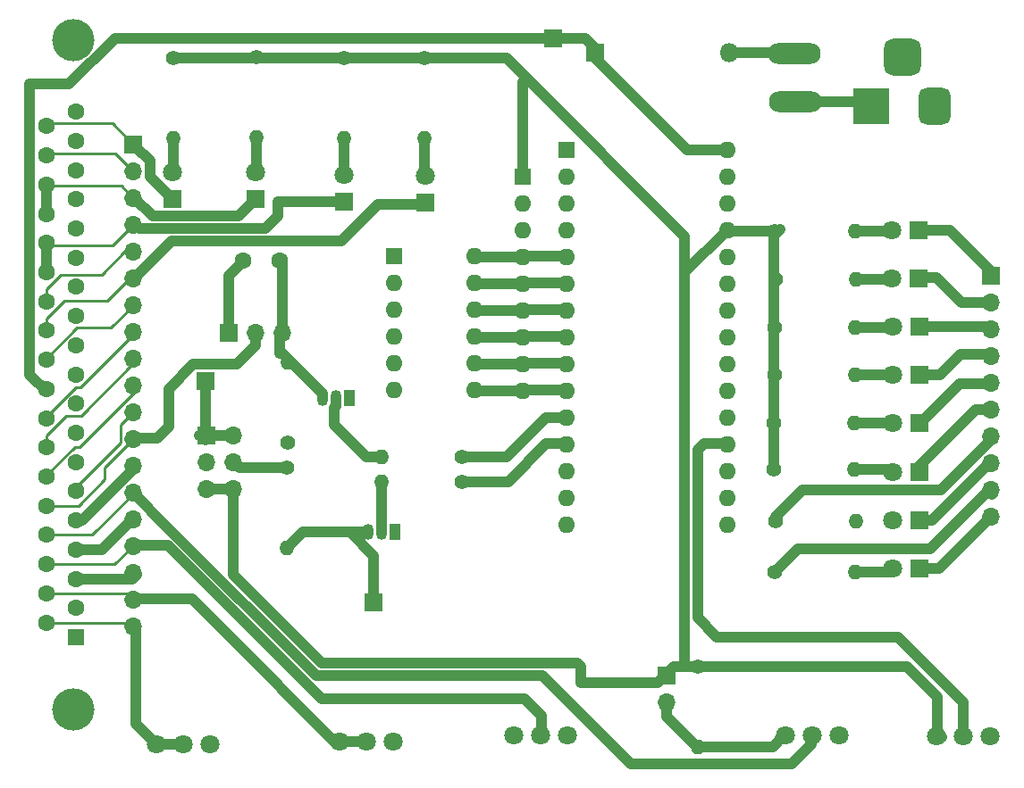
<source format=gbr>
%TF.GenerationSoftware,KiCad,Pcbnew,(6.0.2)*%
%TF.CreationDate,2022-06-27T11:40:54+12:00*%
%TF.ProjectId,ArduinoJimStim,41726475-696e-46f4-9a69-6d5374696d2e,rev?*%
%TF.SameCoordinates,Original*%
%TF.FileFunction,Copper,L1,Top*%
%TF.FilePolarity,Positive*%
%FSLAX46Y46*%
G04 Gerber Fmt 4.6, Leading zero omitted, Abs format (unit mm)*
G04 Created by KiCad (PCBNEW (6.0.2)) date 2022-06-27 11:40:54*
%MOMM*%
%LPD*%
G01*
G04 APERTURE LIST*
G04 Aperture macros list*
%AMRoundRect*
0 Rectangle with rounded corners*
0 $1 Rounding radius*
0 $2 $3 $4 $5 $6 $7 $8 $9 X,Y pos of 4 corners*
0 Add a 4 corners polygon primitive as box body*
4,1,4,$2,$3,$4,$5,$6,$7,$8,$9,$2,$3,0*
0 Add four circle primitives for the rounded corners*
1,1,$1+$1,$2,$3*
1,1,$1+$1,$4,$5*
1,1,$1+$1,$6,$7*
1,1,$1+$1,$8,$9*
0 Add four rect primitives between the rounded corners*
20,1,$1+$1,$2,$3,$4,$5,0*
20,1,$1+$1,$4,$5,$6,$7,0*
20,1,$1+$1,$6,$7,$8,$9,0*
20,1,$1+$1,$8,$9,$2,$3,0*%
G04 Aperture macros list end*
%TA.AperFunction,ComponentPad*%
%ADD10R,1.600000X1.600000*%
%TD*%
%TA.AperFunction,ComponentPad*%
%ADD11O,1.600000X1.600000*%
%TD*%
%TA.AperFunction,ComponentPad*%
%ADD12R,1.800000X1.800000*%
%TD*%
%TA.AperFunction,ComponentPad*%
%ADD13C,1.800000*%
%TD*%
%TA.AperFunction,ComponentPad*%
%ADD14R,3.500000X3.500000*%
%TD*%
%TA.AperFunction,ComponentPad*%
%ADD15RoundRect,0.750000X0.750000X1.000000X-0.750000X1.000000X-0.750000X-1.000000X0.750000X-1.000000X0*%
%TD*%
%TA.AperFunction,ComponentPad*%
%ADD16RoundRect,0.875000X0.875000X0.875000X-0.875000X0.875000X-0.875000X-0.875000X0.875000X-0.875000X0*%
%TD*%
%TA.AperFunction,ComponentPad*%
%ADD17C,1.400000*%
%TD*%
%TA.AperFunction,ComponentPad*%
%ADD18O,1.400000X1.400000*%
%TD*%
%TA.AperFunction,ComponentPad*%
%ADD19R,1.700000X1.700000*%
%TD*%
%TA.AperFunction,ComponentPad*%
%ADD20C,1.600000*%
%TD*%
%TA.AperFunction,ComponentPad*%
%ADD21O,1.700000X1.700000*%
%TD*%
%TA.AperFunction,ComponentPad*%
%ADD22O,1.800000X1.800000*%
%TD*%
%TA.AperFunction,ComponentPad*%
%ADD23C,4.000000*%
%TD*%
%TA.AperFunction,ComponentPad*%
%ADD24R,1.050000X1.500000*%
%TD*%
%TA.AperFunction,ComponentPad*%
%ADD25O,1.050000X1.500000*%
%TD*%
%TA.AperFunction,ComponentPad*%
%ADD26O,5.000000X2.000000*%
%TD*%
%TA.AperFunction,ViaPad*%
%ADD27C,0.800000*%
%TD*%
%TA.AperFunction,Conductor*%
%ADD28C,1.000000*%
%TD*%
%TA.AperFunction,Conductor*%
%ADD29C,0.250000*%
%TD*%
G04 APERTURE END LIST*
D10*
%TO.P,RN1,1,common*%
%TO.N,Net-(A1-Pad27)*%
X146553000Y-67210000D03*
D11*
%TO.P,RN1,2,R1*%
%TO.N,unconnected-(RN1-Pad2)*%
X146553000Y-69750000D03*
%TO.P,RN1,3,R2*%
%TO.N,unconnected-(RN1-Pad3)*%
X146553000Y-72290000D03*
%TO.P,RN1,4,R3*%
%TO.N,Net-(A1-Pad5)*%
X146553000Y-74830000D03*
%TO.P,RN1,5,R4*%
%TO.N,Net-(A1-Pad6)*%
X146553000Y-77370000D03*
%TO.P,RN1,6,R5*%
%TO.N,Net-(A1-Pad7)*%
X146553000Y-79910000D03*
%TO.P,RN1,7,R6*%
%TO.N,Net-(A1-Pad8)*%
X146553000Y-82450000D03*
%TO.P,RN1,8,R7*%
%TO.N,Net-(A1-Pad9)*%
X146553000Y-84990000D03*
%TO.P,RN1,9,R8*%
%TO.N,Net-(A1-Pad10)*%
X146553000Y-87530000D03*
%TD*%
D12*
%TO.P,D2,1,K*%
%TO.N,Net-(D2-Pad1)*%
X129616000Y-69621500D03*
D13*
%TO.P,D2,2,A*%
%TO.N,Net-(D2-Pad2)*%
X129616000Y-67081500D03*
%TD*%
D12*
%TO.P,D8,1,K*%
%TO.N,Net-(D8-Pad1)*%
X184175000Y-90562170D03*
D13*
%TO.P,D8,2,A*%
%TO.N,Net-(D8-Pad2)*%
X181635000Y-90562170D03*
%TD*%
D14*
%TO.P,J10,1*%
%TO.N,Net-(J10-Pad1)*%
X179589000Y-60574000D03*
D15*
%TO.P,J10,2*%
%TO.N,GND*%
X185589000Y-60574000D03*
D16*
%TO.P,J10,3*%
%TO.N,N/C*%
X182589000Y-55874000D03*
%TD*%
D17*
%TO.P,R10,1*%
%TO.N,Net-(J9-Pad9)*%
X170497000Y-104709170D03*
D18*
%TO.P,R10,2*%
%TO.N,Net-(D5-Pad2)*%
X178117000Y-104709170D03*
%TD*%
D19*
%TO.P,J4,1,Pin_1*%
%TO.N,Net-(J4-Pad1)*%
X132486000Y-107609000D03*
%TD*%
D20*
%TO.P,C1,1*%
%TO.N,Net-(C1-Pad1)*%
X120054000Y-75220000D03*
%TO.P,C1,2*%
%TO.N,Net-(C1-Pad2)*%
X123554000Y-75220000D03*
%TD*%
D19*
%TO.P,J3,1,Pin_1*%
%TO.N,Net-(A1-Pad27)*%
X160238000Y-114527000D03*
D21*
%TO.P,J3,2,Pin_2*%
%TO.N,Net-(J3-Pad2)*%
X160238000Y-117067000D03*
%TD*%
D19*
%TO.P,J8,1,Pin_1*%
%TO.N,Net-(J2-Pad1)*%
X116570000Y-86591000D03*
%TD*%
D17*
%TO.P,R15,1*%
%TO.N,Net-(A1-Pad27)*%
X170497000Y-81515170D03*
D18*
%TO.P,R15,2*%
%TO.N,Net-(D10-Pad2)*%
X178117000Y-81515170D03*
%TD*%
D12*
%TO.P,D13,1,K*%
%TO.N,Net-(A1-Pad30)*%
X153461000Y-55433000D03*
D22*
%TO.P,D13,2,A*%
%TO.N,Net-(D13-Pad2)*%
X166161000Y-55433000D03*
%TD*%
D23*
%TO.P,J5,0*%
%TO.N,N/C*%
X103965331Y-54240000D03*
X103965331Y-117740000D03*
D10*
%TO.P,J5,1,1*%
%TO.N,GND*%
X104265331Y-110920000D03*
D20*
%TO.P,J5,2,2*%
X104265331Y-108150000D03*
%TO.P,J5,3,3*%
%TO.N,Net-(J5-Pad3)*%
X104265331Y-105380000D03*
%TO.P,J5,4,4*%
%TO.N,Net-(J5-Pad4)*%
X104265331Y-102610000D03*
%TO.P,J5,5,5*%
%TO.N,Net-(J5-Pad5)*%
X104265331Y-99840000D03*
%TO.P,J5,6,6*%
%TO.N,Net-(J5-Pad6)*%
X104265331Y-97070000D03*
%TO.P,J5,7,7*%
%TO.N,GND*%
X104265331Y-94300000D03*
%TO.P,J5,8,8*%
X104265331Y-91530000D03*
%TO.P,J5,9,9*%
X104265331Y-88760000D03*
%TO.P,J5,10,10*%
X104265331Y-85990000D03*
%TO.P,J5,11,11*%
X104265331Y-83220000D03*
%TO.P,J5,12,12*%
%TO.N,unconnected-(J5-Pad12)*%
X104265331Y-80450000D03*
%TO.P,J5,13,13*%
%TO.N,unconnected-(J5-Pad13)*%
X104265331Y-77680000D03*
%TO.P,J5,14,14*%
%TO.N,unconnected-(J5-Pad14)*%
X104265331Y-74910000D03*
%TO.P,J5,15,15*%
%TO.N,unconnected-(J5-Pad15)*%
X104265331Y-72140000D03*
%TO.P,J5,16,16*%
%TO.N,unconnected-(J5-Pad16)*%
X104265331Y-69370000D03*
%TO.P,J5,17,17*%
%TO.N,unconnected-(J5-Pad17)*%
X104265331Y-66600000D03*
%TO.P,J5,18,18*%
%TO.N,unconnected-(J5-Pad18)*%
X104265331Y-63830000D03*
%TO.P,J5,19,19*%
%TO.N,GND*%
X104265331Y-61060000D03*
%TO.P,J5,20,20*%
%TO.N,Net-(J5-Pad20)*%
X101425331Y-109535000D03*
%TO.P,J5,21,21*%
%TO.N,Net-(CLT1-Pad1)*%
X101425331Y-106765000D03*
%TO.P,J5,22,22*%
%TO.N,Net-(J5-Pad22)*%
X101425331Y-103995000D03*
%TO.P,J5,23,23*%
%TO.N,Net-(J5-Pad23)*%
X101425331Y-101225000D03*
%TO.P,J5,24,24*%
%TO.N,Net-(J1-Pad2)*%
X101425331Y-98455000D03*
%TO.P,J5,25,25*%
%TO.N,Net-(J5-Pad25)*%
X101425331Y-95685000D03*
%TO.P,J5,26,26*%
%TO.N,Net-(J5-Pad26)*%
X101425331Y-92915000D03*
%TO.P,J5,27,27*%
%TO.N,Net-(J5-Pad27)*%
X101425331Y-90145000D03*
%TO.P,J5,28,28*%
%TO.N,Net-(A1-Pad30)*%
X101425331Y-87375000D03*
%TO.P,J5,29,29*%
%TO.N,Net-(J5-Pad29)*%
X101425331Y-84605000D03*
%TO.P,J5,30,30*%
%TO.N,Net-(D1-Pad1)*%
X101425331Y-81835000D03*
%TO.P,J5,31,31*%
%TO.N,Net-(J5-Pad31)*%
X101425331Y-79065000D03*
%TO.P,J5,32,32*%
%TO.N,Net-(D2-Pad1)*%
X101425331Y-76295000D03*
%TO.P,J5,33,33*%
X101425331Y-73525000D03*
%TO.P,J5,34,34*%
%TO.N,Net-(D3-Pad1)*%
X101425331Y-70755000D03*
%TO.P,J5,35,35*%
X101425331Y-67985000D03*
%TO.P,J5,36,36*%
%TO.N,Net-(J5-Pad36)*%
X101425331Y-65215000D03*
%TO.P,J5,37,37*%
%TO.N,Net-(D4-Pad1)*%
X101425331Y-62445000D03*
%TD*%
D13*
%TO.P,MAT1,1,1*%
%TO.N,Net-(J5-Pad20)*%
X111833000Y-121050000D03*
%TO.P,MAT1,2,2*%
X114373000Y-121050000D03*
%TO.P,MAT1,3,3*%
%TO.N,GND*%
X116913000Y-121050000D03*
%TD*%
D24*
%TO.P,Q2,1,E*%
%TO.N,GND*%
X134519000Y-100969500D03*
D25*
%TO.P,Q2,2,B*%
%TO.N,Net-(Q2-Pad2)*%
X133249000Y-100969500D03*
%TO.P,Q2,3,C*%
%TO.N,Net-(J4-Pad1)*%
X131979000Y-100969500D03*
%TD*%
D17*
%TO.P,R5,1*%
%TO.N,Net-(A1-Pad27)*%
X163214000Y-113720000D03*
D18*
%TO.P,R5,2*%
%TO.N,Net-(J3-Pad2)*%
X163214000Y-121340000D03*
%TD*%
D13*
%TO.P,CLT1,1,1*%
%TO.N,Net-(CLT1-Pad1)*%
X129245000Y-120787500D03*
%TO.P,CLT1,2,2*%
X131785000Y-120787500D03*
%TO.P,CLT1,3,3*%
%TO.N,GND*%
X134325000Y-120787500D03*
%TD*%
D19*
%TO.P,J1,1,Pin_1*%
%TO.N,Net-(C1-Pad1)*%
X118748000Y-82074000D03*
D21*
%TO.P,J1,2,Pin_2*%
%TO.N,Net-(J1-Pad2)*%
X121288000Y-82074000D03*
%TO.P,J1,3,Pin_3*%
%TO.N,Net-(C1-Pad2)*%
X123828000Y-82074000D03*
%TD*%
D13*
%TO.P,RPM1,1,1*%
%TO.N,Net-(A1-Pad27)*%
X185828000Y-120293000D03*
%TO.P,RPM1,2,2*%
%TO.N,Net-(A1-Pad19)*%
X188368000Y-120293000D03*
%TO.P,RPM1,3,3*%
%TO.N,GND*%
X190908000Y-120293000D03*
%TD*%
D19*
%TO.P,J2,1,Pin_1*%
%TO.N,Net-(J2-Pad1)*%
X116607000Y-91757500D03*
D21*
%TO.P,J2,2,Pin_2*%
X119147000Y-91757500D03*
%TO.P,J2,3,Pin_3*%
%TO.N,Net-(J2-Pad3)*%
X116607000Y-94297500D03*
%TO.P,J2,4,Pin_4*%
%TO.N,Net-(J2-Pad4)*%
X119147000Y-94297500D03*
%TO.P,J2,5,Pin_5*%
%TO.N,Net-(A1-Pad27)*%
X116607000Y-96837500D03*
%TO.P,J2,6,Pin_6*%
X119147000Y-96837500D03*
%TD*%
D12*
%TO.P,D4,1,K*%
%TO.N,Net-(D4-Pad1)*%
X113380000Y-69363500D03*
D13*
%TO.P,D4,2,A*%
%TO.N,Net-(D4-Pad2)*%
X113380000Y-66823500D03*
%TD*%
D19*
%TO.P,J7,1,Pin_1*%
%TO.N,Net-(A1-Pad30)*%
X149445000Y-54070500D03*
%TD*%
D17*
%TO.P,R17,1*%
%TO.N,Net-(A1-Pad27)*%
X170497000Y-72389170D03*
D18*
%TO.P,R17,2*%
%TO.N,Net-(D12-Pad2)*%
X178117000Y-72389170D03*
%TD*%
D13*
%TO.P,O2,1,1*%
%TO.N,Net-(J3-Pad2)*%
X171476000Y-120205000D03*
%TO.P,O2,2,2*%
%TO.N,Net-(J5-Pad23)*%
X174016000Y-120205000D03*
%TO.P,O2,3,3*%
%TO.N,GND*%
X176556000Y-120205000D03*
%TD*%
D17*
%TO.P,R12,1*%
%TO.N,Net-(A1-Pad27)*%
X170378000Y-94985170D03*
D18*
%TO.P,R12,2*%
%TO.N,Net-(D7-Pad2)*%
X177998000Y-94985170D03*
%TD*%
D17*
%TO.P,R14,1*%
%TO.N,Net-(A1-Pad27)*%
X170457000Y-86058170D03*
D18*
%TO.P,R14,2*%
%TO.N,Net-(D9-Pad2)*%
X178077000Y-86058170D03*
%TD*%
D17*
%TO.P,R13,1*%
%TO.N,Net-(A1-Pad27)*%
X170378000Y-90641170D03*
D18*
%TO.P,R13,2*%
%TO.N,Net-(D8-Pad2)*%
X177998000Y-90641170D03*
%TD*%
D17*
%TO.P,R16,1*%
%TO.N,Net-(A1-Pad27)*%
X170577000Y-76972170D03*
D18*
%TO.P,R16,2*%
%TO.N,Net-(D11-Pad2)*%
X178197000Y-76972170D03*
%TD*%
D17*
%TO.P,R4,1*%
%TO.N,Net-(A1-Pad27)*%
X129645000Y-55994500D03*
D18*
%TO.P,R4,2*%
%TO.N,Net-(D2-Pad2)*%
X129645000Y-63614500D03*
%TD*%
D26*
%TO.P,SW1,1,A*%
%TO.N,Net-(D13-Pad2)*%
X172338000Y-55536000D03*
%TO.P,SW1,2,B*%
%TO.N,Net-(J10-Pad1)*%
X172378000Y-60156000D03*
%TD*%
D12*
%TO.P,D5,1,K*%
%TO.N,Net-(D5-Pad1)*%
X184175000Y-104391170D03*
D13*
%TO.P,D5,2,A*%
%TO.N,Net-(D5-Pad2)*%
X181635000Y-104391170D03*
%TD*%
D12*
%TO.P,D1,1,K*%
%TO.N,Net-(D1-Pad1)*%
X137326000Y-69676500D03*
D13*
%TO.P,D1,2,A*%
%TO.N,Net-(D1-Pad2)*%
X137326000Y-67136500D03*
%TD*%
D17*
%TO.P,R1,1*%
%TO.N,Net-(A1-Pad11)*%
X140804000Y-93854500D03*
D18*
%TO.P,R1,2*%
%TO.N,Net-(Q1-Pad2)*%
X133184000Y-93854500D03*
%TD*%
D10*
%TO.P,A1,1,D1/TX*%
%TO.N,unconnected-(A1-Pad1)*%
X150712000Y-64663000D03*
D11*
%TO.P,A1,2,D0/RX*%
%TO.N,unconnected-(A1-Pad2)*%
X150712000Y-67203000D03*
%TO.P,A1,3,~{RESET}*%
%TO.N,unconnected-(A1-Pad3)*%
X150712000Y-69743000D03*
%TO.P,A1,4,GND*%
%TO.N,GND*%
X150712000Y-72283000D03*
%TO.P,A1,5,D2*%
%TO.N,Net-(A1-Pad5)*%
X150712000Y-74823000D03*
%TO.P,A1,6,D3*%
%TO.N,Net-(A1-Pad6)*%
X150712000Y-77363000D03*
%TO.P,A1,7,D4*%
%TO.N,Net-(A1-Pad7)*%
X150712000Y-79903000D03*
%TO.P,A1,8,D5*%
%TO.N,Net-(A1-Pad8)*%
X150712000Y-82443000D03*
%TO.P,A1,9,D6*%
%TO.N,Net-(A1-Pad9)*%
X150712000Y-84983000D03*
%TO.P,A1,10,D7*%
%TO.N,Net-(A1-Pad10)*%
X150712000Y-87523000D03*
%TO.P,A1,11,D8*%
%TO.N,Net-(A1-Pad11)*%
X150712000Y-90063000D03*
%TO.P,A1,12,D9*%
%TO.N,Net-(A1-Pad12)*%
X150712000Y-92603000D03*
%TO.P,A1,13,D10*%
%TO.N,unconnected-(A1-Pad13)*%
X150712000Y-95143000D03*
%TO.P,A1,14,D11*%
%TO.N,unconnected-(A1-Pad14)*%
X150712000Y-97683000D03*
%TO.P,A1,15,D12*%
%TO.N,unconnected-(A1-Pad15)*%
X150712000Y-100223000D03*
%TO.P,A1,16,D13*%
%TO.N,unconnected-(A1-Pad16)*%
X165952000Y-100223000D03*
%TO.P,A1,17,3V3*%
%TO.N,unconnected-(A1-Pad17)*%
X165952000Y-97683000D03*
%TO.P,A1,18,AREF*%
%TO.N,unconnected-(A1-Pad18)*%
X165952000Y-95143000D03*
%TO.P,A1,19,A0*%
%TO.N,Net-(A1-Pad19)*%
X165952000Y-92603000D03*
%TO.P,A1,20,A1*%
%TO.N,unconnected-(A1-Pad20)*%
X165952000Y-90063000D03*
%TO.P,A1,21,A2*%
%TO.N,unconnected-(A1-Pad21)*%
X165952000Y-87523000D03*
%TO.P,A1,22,A3*%
%TO.N,unconnected-(A1-Pad22)*%
X165952000Y-84983000D03*
%TO.P,A1,23,A4*%
%TO.N,unconnected-(A1-Pad23)*%
X165952000Y-82443000D03*
%TO.P,A1,24,A5*%
%TO.N,unconnected-(A1-Pad24)*%
X165952000Y-79903000D03*
%TO.P,A1,25,A6*%
%TO.N,unconnected-(A1-Pad25)*%
X165952000Y-77363000D03*
%TO.P,A1,26,A7*%
%TO.N,unconnected-(A1-Pad26)*%
X165952000Y-74823000D03*
%TO.P,A1,27,+5V*%
%TO.N,Net-(A1-Pad27)*%
X165952000Y-72283000D03*
%TO.P,A1,28,~{RESET}*%
%TO.N,unconnected-(A1-Pad28)*%
X165952000Y-69743000D03*
%TO.P,A1,29,GND*%
%TO.N,GND*%
X165952000Y-67203000D03*
%TO.P,A1,30,VIN*%
%TO.N,Net-(A1-Pad30)*%
X165952000Y-64663000D03*
%TD*%
D12*
%TO.P,D6,1,K*%
%TO.N,Net-(D6-Pad1)*%
X184175000Y-99808170D03*
D13*
%TO.P,D6,2,A*%
%TO.N,Net-(D6-Pad2)*%
X181635000Y-99808170D03*
%TD*%
D17*
%TO.P,R2,1*%
%TO.N,Net-(J2-Pad3)*%
X124359000Y-92485500D03*
D18*
%TO.P,R2,2*%
%TO.N,Net-(C1-Pad2)*%
X124359000Y-84865500D03*
%TD*%
D13*
%TO.P,TPS1,1,1*%
%TO.N,Net-(A1-Pad27)*%
X145756000Y-120209500D03*
%TO.P,TPS1,2,2*%
%TO.N,Net-(J5-Pad22)*%
X148296000Y-120209500D03*
%TO.P,TPS1,3,3*%
%TO.N,GND*%
X150836000Y-120209500D03*
%TD*%
D17*
%TO.P,R7,1*%
%TO.N,Net-(A1-Pad12)*%
X140814000Y-96153500D03*
D18*
%TO.P,R7,2*%
%TO.N,Net-(Q2-Pad2)*%
X133194000Y-96153500D03*
%TD*%
D17*
%TO.P,R11,1*%
%TO.N,Net-(J9-Pad7)*%
X170537000Y-99927170D03*
D18*
%TO.P,R11,2*%
%TO.N,Net-(D6-Pad2)*%
X178157000Y-99927170D03*
%TD*%
D12*
%TO.P,D11,1,K*%
%TO.N,Net-(D11-Pad1)*%
X184135000Y-76892170D03*
D13*
%TO.P,D11,2,A*%
%TO.N,Net-(D11-Pad2)*%
X181595000Y-76892170D03*
%TD*%
D19*
%TO.P,J9,1,Pin_1*%
%TO.N,Net-(D12-Pad1)*%
X190963000Y-76595170D03*
D21*
%TO.P,J9,2,Pin_2*%
%TO.N,Net-(D11-Pad1)*%
X190963000Y-79135170D03*
%TO.P,J9,3,Pin_3*%
%TO.N,Net-(D10-Pad1)*%
X190963000Y-81675170D03*
%TO.P,J9,4,Pin_4*%
%TO.N,Net-(D9-Pad1)*%
X190963000Y-84215170D03*
%TO.P,J9,5,Pin_5*%
%TO.N,Net-(D8-Pad1)*%
X190963000Y-86755170D03*
%TO.P,J9,6,Pin_6*%
%TO.N,Net-(D7-Pad1)*%
X190963000Y-89295170D03*
%TO.P,J9,7,Pin_7*%
%TO.N,Net-(J9-Pad7)*%
X190963000Y-91835170D03*
%TO.P,J9,8,Pin_8*%
%TO.N,Net-(D6-Pad1)*%
X190963000Y-94375170D03*
%TO.P,J9,9,Pin_9*%
%TO.N,Net-(J9-Pad9)*%
X190963000Y-96915170D03*
%TO.P,J9,10,Pin_10*%
%TO.N,Net-(D5-Pad1)*%
X190963000Y-99455170D03*
%TD*%
D12*
%TO.P,D10,1,K*%
%TO.N,Net-(D10-Pad1)*%
X184175000Y-81475170D03*
D13*
%TO.P,D10,2,A*%
%TO.N,Net-(D10-Pad2)*%
X181635000Y-81475170D03*
%TD*%
D17*
%TO.P,R6,1*%
%TO.N,Net-(A1-Pad27)*%
X121315000Y-55922500D03*
D18*
%TO.P,R6,2*%
%TO.N,Net-(D3-Pad2)*%
X121315000Y-63542500D03*
%TD*%
D12*
%TO.P,D9,1,K*%
%TO.N,Net-(D9-Pad1)*%
X184215000Y-86058170D03*
D13*
%TO.P,D9,2,A*%
%TO.N,Net-(D9-Pad2)*%
X181675000Y-86058170D03*
%TD*%
D10*
%TO.P,SW2,1*%
%TO.N,GND*%
X134430000Y-74789000D03*
D11*
%TO.P,SW2,2*%
X134430000Y-77329000D03*
%TO.P,SW2,3*%
X134430000Y-79869000D03*
%TO.P,SW2,4*%
X134430000Y-82409000D03*
%TO.P,SW2,5*%
X134430000Y-84949000D03*
%TO.P,SW2,6*%
X134430000Y-87489000D03*
%TO.P,SW2,7*%
%TO.N,Net-(A1-Pad10)*%
X142050000Y-87489000D03*
%TO.P,SW2,8*%
%TO.N,Net-(A1-Pad9)*%
X142050000Y-84949000D03*
%TO.P,SW2,9*%
%TO.N,Net-(A1-Pad8)*%
X142050000Y-82409000D03*
%TO.P,SW2,10*%
%TO.N,Net-(A1-Pad7)*%
X142050000Y-79869000D03*
%TO.P,SW2,11*%
%TO.N,Net-(A1-Pad6)*%
X142050000Y-77329000D03*
%TO.P,SW2,12*%
%TO.N,Net-(A1-Pad5)*%
X142050000Y-74789000D03*
%TD*%
D12*
%TO.P,D7,1,K*%
%TO.N,Net-(D7-Pad1)*%
X184175000Y-95225170D03*
D13*
%TO.P,D7,2,A*%
%TO.N,Net-(D7-Pad2)*%
X181635000Y-95225170D03*
%TD*%
D17*
%TO.P,R9,1*%
%TO.N,Net-(J2-Pad4)*%
X124269000Y-94811500D03*
D18*
%TO.P,R9,2*%
%TO.N,Net-(J4-Pad1)*%
X124269000Y-102431500D03*
%TD*%
D12*
%TO.P,D12,1,K*%
%TO.N,Net-(D12-Pad1)*%
X184124000Y-72349170D03*
D13*
%TO.P,D12,2,A*%
%TO.N,Net-(D12-Pad2)*%
X181584000Y-72349170D03*
%TD*%
D12*
%TO.P,D3,1,K*%
%TO.N,Net-(D3-Pad1)*%
X121284000Y-69363500D03*
D13*
%TO.P,D3,2,A*%
%TO.N,Net-(D3-Pad2)*%
X121284000Y-66823500D03*
%TD*%
D19*
%TO.P,J6,1,Pin_1*%
%TO.N,Net-(D4-Pad1)*%
X109695000Y-64168000D03*
D21*
%TO.P,J6,2,Pin_2*%
%TO.N,Net-(J5-Pad36)*%
X109695000Y-66708000D03*
%TO.P,J6,3,Pin_3*%
%TO.N,Net-(D3-Pad1)*%
X109695000Y-69248000D03*
%TO.P,J6,4,Pin_4*%
%TO.N,Net-(D2-Pad1)*%
X109695000Y-71788000D03*
%TO.P,J6,5,Pin_5*%
%TO.N,Net-(J5-Pad31)*%
X109695000Y-74328000D03*
%TO.P,J6,6,Pin_6*%
%TO.N,Net-(D1-Pad1)*%
X109695000Y-76868000D03*
%TO.P,J6,7,Pin_7*%
%TO.N,Net-(J5-Pad29)*%
X109695000Y-79408000D03*
%TO.P,J6,8,Pin_8*%
%TO.N,Net-(J5-Pad27)*%
X109695000Y-81948000D03*
%TO.P,J6,9,Pin_9*%
%TO.N,Net-(J5-Pad26)*%
X109695000Y-84488000D03*
%TO.P,J6,10,Pin_10*%
%TO.N,Net-(J5-Pad25)*%
X109695000Y-87028000D03*
%TO.P,J6,11,Pin_11*%
%TO.N,Net-(J5-Pad6)*%
X109695000Y-89568000D03*
%TO.P,J6,12,Pin_12*%
%TO.N,Net-(J1-Pad2)*%
X109695000Y-92108000D03*
%TO.P,J6,13,Pin_13*%
%TO.N,Net-(J5-Pad5)*%
X109695000Y-94648000D03*
%TO.P,J6,14,Pin_14*%
%TO.N,Net-(J5-Pad23)*%
X109695000Y-97188000D03*
%TO.P,J6,15,Pin_15*%
%TO.N,Net-(J5-Pad4)*%
X109695000Y-99728000D03*
%TO.P,J6,16,Pin_16*%
%TO.N,Net-(J5-Pad22)*%
X109695000Y-102268000D03*
%TO.P,J6,17,Pin_17*%
%TO.N,Net-(J5-Pad3)*%
X109695000Y-104808000D03*
%TO.P,J6,18,Pin_18*%
%TO.N,Net-(CLT1-Pad1)*%
X109695000Y-107348000D03*
%TO.P,J6,19,Pin_19*%
%TO.N,Net-(J5-Pad20)*%
X109695000Y-109888000D03*
%TD*%
D17*
%TO.P,R3,1*%
%TO.N,Net-(A1-Pad27)*%
X137313000Y-55951500D03*
D18*
%TO.P,R3,2*%
%TO.N,Net-(D1-Pad2)*%
X137313000Y-63571500D03*
%TD*%
D17*
%TO.P,R8,1*%
%TO.N,Net-(A1-Pad27)*%
X113448000Y-56011500D03*
D18*
%TO.P,R8,2*%
%TO.N,Net-(D4-Pad2)*%
X113448000Y-63631500D03*
%TD*%
D24*
%TO.P,Q1,1,E*%
%TO.N,GND*%
X130167000Y-88259000D03*
D25*
%TO.P,Q1,2,B*%
%TO.N,Net-(Q1-Pad2)*%
X128897000Y-88259000D03*
%TO.P,Q1,3,C*%
%TO.N,Net-(C1-Pad2)*%
X127627000Y-88259000D03*
%TD*%
D27*
%TO.N,Net-(A1-Pad27)*%
X152109000Y-115214500D03*
%TD*%
D28*
%TO.N,Net-(D2-Pad1)*%
X101425331Y-76131331D02*
X101547000Y-76253000D01*
X101425331Y-73525000D02*
X101425331Y-76131331D01*
%TO.N,Net-(D3-Pad1)*%
X101425331Y-70863331D02*
X101496000Y-70934000D01*
X101425331Y-67985000D02*
X101425331Y-70863331D01*
%TO.N,Net-(A1-Pad27)*%
X146553000Y-58242000D02*
X146921511Y-57873489D01*
X146553000Y-67210000D02*
X146553000Y-58242000D01*
X146921511Y-57873489D02*
X161946000Y-72897978D01*
X145059522Y-56011500D02*
X146921511Y-57873489D01*
%TO.N,Net-(D1-Pad1)*%
X132912000Y-69836000D02*
X137278000Y-69836000D01*
X129385949Y-73362051D02*
X132912000Y-69836000D01*
X113294949Y-73362051D02*
X129385949Y-73362051D01*
X109952000Y-76705000D02*
X113294949Y-73362051D01*
%TO.N,Net-(C1-Pad2)*%
X123812000Y-83958000D02*
X123582000Y-83958000D01*
X127627000Y-87773000D02*
X123812000Y-83958000D01*
X127627000Y-88259000D02*
X127627000Y-87773000D01*
%TO.N,Net-(Q1-Pad2)*%
X128684000Y-89158732D02*
X128851520Y-88991212D01*
X128851520Y-88991212D02*
X128851520Y-88080000D01*
X128684000Y-90774000D02*
X128684000Y-89158732D01*
X131764500Y-93854500D02*
X128684000Y-90774000D01*
X133184000Y-93854500D02*
X131764500Y-93854500D01*
%TO.N,Net-(A1-Pad10)*%
X142218000Y-87530000D02*
X142086000Y-87398000D01*
X146553000Y-87530000D02*
X142218000Y-87530000D01*
%TO.N,Net-(A1-Pad9)*%
X142346000Y-84990000D02*
X142291000Y-85045000D01*
X146553000Y-84990000D02*
X142346000Y-84990000D01*
%TO.N,Net-(A1-Pad8)*%
X141946000Y-82450000D02*
X141881000Y-82385000D01*
X146553000Y-82450000D02*
X141946000Y-82450000D01*
%TO.N,Net-(A1-Pad7)*%
X142072000Y-79910000D02*
X141984000Y-79998000D01*
X146553000Y-79910000D02*
X142072000Y-79910000D01*
%TO.N,Net-(A1-Pad6)*%
X142493000Y-77370000D02*
X142427000Y-77304000D01*
X146553000Y-77370000D02*
X142493000Y-77370000D01*
%TO.N,Net-(A1-Pad5)*%
X142204000Y-74830000D02*
X142154000Y-74780000D01*
X146553000Y-74830000D02*
X142204000Y-74830000D01*
X150809000Y-74802000D02*
X150878000Y-74871000D01*
X147173500Y-74802000D02*
X150809000Y-74802000D01*
%TO.N,Net-(A1-Pad6)*%
X147173500Y-77342000D02*
X150639000Y-77342000D01*
%TO.N,Net-(A1-Pad7)*%
X150729000Y-79882000D02*
X150745000Y-79866000D01*
X147173500Y-79882000D02*
X150729000Y-79882000D01*
%TO.N,Net-(A1-Pad8)*%
X150712000Y-82443000D02*
X150730000Y-82443000D01*
X150751000Y-82422000D02*
X150825000Y-82496000D01*
X150730000Y-82443000D02*
X150751000Y-82422000D01*
X147173500Y-82422000D02*
X150751000Y-82422000D01*
%TO.N,Net-(A1-Pad9)*%
X150873000Y-84962000D02*
X150958000Y-85047000D01*
X147173500Y-84962000D02*
X150873000Y-84962000D01*
%TO.N,Net-(A1-Pad10)*%
X150815000Y-87523000D02*
X150836000Y-87502000D01*
X150836000Y-87502000D02*
X150878000Y-87544000D01*
X147173500Y-87502000D02*
X150836000Y-87502000D01*
X150712000Y-87523000D02*
X150815000Y-87523000D01*
%TO.N,Net-(A1-Pad11)*%
X150712000Y-90063000D02*
X148758000Y-90063000D01*
X148758000Y-90063000D02*
X145033000Y-93788000D01*
X140798000Y-93719500D02*
X140702000Y-93815500D01*
X145033000Y-93788000D02*
X140809000Y-93788000D01*
%TO.N,Net-(A1-Pad12)*%
X148779000Y-92566000D02*
X150772000Y-92566000D01*
X145191500Y-96153500D02*
X148779000Y-92566000D01*
X140814000Y-96153500D02*
X145191500Y-96153500D01*
%TO.N,Net-(A1-Pad19)*%
X163734000Y-92526000D02*
X165885000Y-92526000D01*
X164929000Y-110879000D02*
X163145520Y-109095520D01*
X182146000Y-110879000D02*
X164929000Y-110879000D01*
X188368000Y-120293000D02*
X188368000Y-117101000D01*
X188368000Y-117101000D02*
X182146000Y-110879000D01*
X163145520Y-93114480D02*
X163734000Y-92526000D01*
X163145520Y-109095520D02*
X163145520Y-93114480D01*
%TO.N,Net-(A1-Pad27)*%
X166192170Y-72389170D02*
X165885000Y-72082000D01*
X161946000Y-72897978D02*
X161946000Y-77075000D01*
X185851000Y-116617000D02*
X185851000Y-119845000D01*
X186105949Y-120293000D02*
X186255949Y-120443000D01*
X151767480Y-113390980D02*
X152109000Y-113732500D01*
X119147000Y-96837500D02*
X119147000Y-105020744D01*
X161946000Y-76289000D02*
X161946000Y-77075000D01*
X159364500Y-115214500D02*
X152109000Y-115214500D01*
X182954000Y-113720000D02*
X185851000Y-116617000D01*
X113448000Y-56011500D02*
X145059522Y-56011500D01*
X170497000Y-72389170D02*
X166192170Y-72389170D01*
X170378000Y-72835170D02*
X170944000Y-72269170D01*
X163214000Y-113720000D02*
X182954000Y-113720000D01*
X170378000Y-94985170D02*
X170378000Y-72835170D01*
X152109000Y-113732500D02*
X152109000Y-115214500D01*
X163214000Y-113720000D02*
X161946000Y-113720000D01*
X160859000Y-113720000D02*
X159364500Y-115214500D01*
X119147000Y-105020744D02*
X127517236Y-113390980D01*
X119147000Y-96837500D02*
X116722000Y-96837500D01*
X127517236Y-113390980D02*
X151767480Y-113390980D01*
X185828000Y-120293000D02*
X186105949Y-120293000D01*
X116722000Y-96837500D02*
X116605000Y-96954500D01*
X161946000Y-77075000D02*
X161946000Y-113720000D01*
X161946000Y-113720000D02*
X160859000Y-113720000D01*
X165952000Y-72283000D02*
X161946000Y-76289000D01*
%TO.N,Net-(A1-Pad30)*%
X99869000Y-58453000D02*
X99869000Y-85990000D01*
X149445000Y-54070500D02*
X152516500Y-54070500D01*
X107952517Y-54070500D02*
X103611017Y-58412000D01*
X103611017Y-58412000D02*
X99910000Y-58412000D01*
X162153000Y-64663000D02*
X153352000Y-55862000D01*
X152516500Y-54070500D02*
X153631000Y-55185000D01*
X99910000Y-58412000D02*
X99869000Y-58453000D01*
X99869000Y-85990000D02*
X101543000Y-87664000D01*
X149445000Y-54070500D02*
X107952517Y-54070500D01*
X165952000Y-64663000D02*
X162153000Y-64663000D01*
X153631000Y-55185000D02*
X153631000Y-55424000D01*
%TO.N,Net-(C1-Pad1)*%
X118748000Y-82074000D02*
X118748000Y-76597000D01*
X118748000Y-76597000D02*
X119995000Y-75350000D01*
%TO.N,Net-(C1-Pad2)*%
X123582000Y-83958000D02*
X123582000Y-82125000D01*
X123828000Y-75715000D02*
X123582000Y-75469000D01*
X123828000Y-82074000D02*
X123828000Y-75715000D01*
D29*
%TO.N,Net-(CLT1-Pad1)*%
X109393000Y-106765000D02*
X110048000Y-107420000D01*
D28*
X128697000Y-120787500D02*
X118532000Y-110622500D01*
X131785000Y-120787500D02*
X128697000Y-120787500D01*
X118532000Y-110604000D02*
X115227000Y-107299000D01*
X118532000Y-110622500D02*
X118532000Y-110604000D01*
D29*
X101425331Y-106765000D02*
X109393000Y-106765000D01*
D28*
X115227000Y-107299000D02*
X109966000Y-107299000D01*
D29*
%TO.N,Net-(D1-Pad1)*%
X101425331Y-81835000D02*
X101425331Y-80703630D01*
X103122961Y-79006000D02*
X107245000Y-79006000D01*
X101425331Y-80703630D02*
X103122961Y-79006000D01*
X107245000Y-79006000D02*
X109530000Y-76721000D01*
D28*
%TO.N,Net-(D1-Pad2)*%
X137313000Y-66688500D02*
X137620000Y-66995500D01*
X137313000Y-63571500D02*
X137313000Y-66688500D01*
D29*
%TO.N,Net-(D2-Pad1)*%
X109695000Y-71788000D02*
X107697511Y-73785489D01*
D28*
X122233077Y-72162531D02*
X110231531Y-72162531D01*
X110231531Y-72162531D02*
X109872000Y-71803000D01*
D29*
X101333489Y-73785489D02*
X101187000Y-73639000D01*
X107697511Y-73785489D02*
X101333489Y-73785489D01*
D28*
X129616000Y-69621500D02*
X123411500Y-69621500D01*
X123411500Y-70984108D02*
X122233077Y-72162531D01*
X123411500Y-69621500D02*
X123411500Y-70984108D01*
%TO.N,Net-(D2-Pad2)*%
X129645000Y-67425500D02*
X129649000Y-67429500D01*
X129645000Y-63614500D02*
X129645000Y-67425500D01*
X129649000Y-67429500D02*
X129697000Y-67429500D01*
D29*
%TO.N,Net-(D3-Pad1)*%
X109695000Y-69248000D02*
X108560000Y-68113000D01*
D28*
X119684489Y-70963011D02*
X111503011Y-70963011D01*
D29*
X101347000Y-68113000D02*
X101267000Y-68033000D01*
D28*
X121284000Y-69363500D02*
X119684489Y-70963011D01*
D29*
X108560000Y-68113000D02*
X101347000Y-68113000D01*
D28*
X111503011Y-70963011D02*
X109713000Y-69173000D01*
%TO.N,Net-(D3-Pad2)*%
X121315000Y-63542500D02*
X121315000Y-66728500D01*
X121315000Y-66728500D02*
X121533000Y-66946500D01*
D29*
%TO.N,Net-(D4-Pad1)*%
X109695000Y-64168000D02*
X107711511Y-62184511D01*
X101808489Y-62184511D02*
X101267000Y-62726000D01*
D28*
X111244511Y-67228011D02*
X111244511Y-65722511D01*
X111244511Y-65722511D02*
X109952000Y-64430000D01*
X113380000Y-69363500D02*
X111244511Y-67228011D01*
D29*
X107711511Y-62184511D02*
X101808489Y-62184511D01*
D28*
%TO.N,Net-(D4-Pad2)*%
X113448000Y-66592500D02*
X113706000Y-66850500D01*
X113448000Y-63631500D02*
X113448000Y-66592500D01*
%TO.N,Net-(J1-Pad2)*%
X121288000Y-82074000D02*
X121288000Y-83237059D01*
D29*
X101425331Y-98455000D02*
X104470631Y-98455000D01*
D28*
X113074000Y-90932000D02*
X111931000Y-92075000D01*
D29*
X106964000Y-95961631D02*
X106964000Y-94864000D01*
D28*
X115378511Y-85041489D02*
X113074000Y-87346000D01*
X119483570Y-85041489D02*
X115378511Y-85041489D01*
D29*
X109541000Y-92287000D02*
X109541000Y-92155000D01*
X106964000Y-94864000D02*
X109541000Y-92287000D01*
D28*
X121288000Y-83237059D02*
X119483570Y-85041489D01*
X111931000Y-92075000D02*
X109647000Y-92075000D01*
D29*
X104470631Y-98455000D02*
X106964000Y-95961631D01*
D28*
X113074000Y-87346000D02*
X113074000Y-90932000D01*
%TO.N,Net-(J2-Pad4)*%
X124269000Y-94811500D02*
X119761000Y-94811500D01*
X119761000Y-94811500D02*
X119311000Y-94361500D01*
%TO.N,Net-(D5-Pad1)*%
X186047000Y-104391170D02*
X190989000Y-99449170D01*
X184175000Y-104391170D02*
X186047000Y-104391170D01*
%TO.N,Net-(J4-Pad1)*%
X132486000Y-107609000D02*
X132486000Y-103213000D01*
X131979000Y-100969500D02*
X130242500Y-100969500D01*
X132486000Y-103213000D02*
X130242500Y-100969500D01*
X125739500Y-100969500D02*
X124299000Y-102410000D01*
X130242500Y-100969500D02*
X125739500Y-100969500D01*
%TO.N,Net-(J5-Pad3)*%
X109573000Y-105380000D02*
X109992000Y-104961000D01*
X104265331Y-105380000D02*
X109573000Y-105380000D01*
X109992000Y-104961000D02*
X109992000Y-104934000D01*
%TO.N,Net-(J5-Pad4)*%
X104265331Y-102610000D02*
X106711000Y-102610000D01*
X106711000Y-102610000D02*
X109833000Y-99488000D01*
%TO.N,Net-(J5-Pad5)*%
X109860000Y-94831659D02*
X109860000Y-94466000D01*
X104265331Y-99840000D02*
X104851659Y-99840000D01*
X104851659Y-99840000D02*
X109860000Y-94831659D01*
D29*
%TO.N,Net-(J5-Pad6)*%
X108520489Y-92447000D02*
X108520489Y-90756511D01*
X104265331Y-96702158D02*
X108520489Y-92447000D01*
X108520489Y-90756511D02*
X109620000Y-89657000D01*
X104265331Y-97070000D02*
X104265331Y-96702158D01*
D28*
%TO.N,Net-(D5-Pad2)*%
X181625000Y-104709170D02*
X181664000Y-104670170D01*
X178117000Y-104709170D02*
X181625000Y-104709170D01*
%TO.N,Net-(D6-Pad1)*%
X184175000Y-99808170D02*
X185370000Y-99808170D01*
X185370000Y-99808170D02*
X190870000Y-94308170D01*
D29*
%TO.N,Net-(J5-Pad25)*%
X101425331Y-95685000D02*
X101425331Y-95549700D01*
X101425331Y-95549700D02*
X104129031Y-92846000D01*
X109806000Y-87612000D02*
X109806000Y-86868000D01*
X104129031Y-92846000D02*
X104572000Y-92846000D01*
X104572000Y-92846000D02*
X109806000Y-87612000D01*
%TO.N,Net-(J5-Pad26)*%
X104744489Y-89884511D02*
X109700000Y-84929000D01*
X101425331Y-91783630D02*
X103324450Y-89884511D01*
X109700000Y-84929000D02*
X109700000Y-84663000D01*
X103324450Y-89884511D02*
X104744489Y-89884511D01*
X101425331Y-92915000D02*
X101425331Y-91783630D01*
%TO.N,Net-(J5-Pad27)*%
X104705000Y-87187000D02*
X109567000Y-82325000D01*
X109567000Y-82325000D02*
X109567000Y-81820000D01*
X104248031Y-87187000D02*
X104705000Y-87187000D01*
X101425331Y-90145000D02*
X101425331Y-90009700D01*
X101425331Y-90009700D02*
X104248031Y-87187000D01*
%TO.N,Net-(J5-Pad29)*%
X101425331Y-84605000D02*
X101425331Y-84469700D01*
X107571489Y-81574511D02*
X109742000Y-79404000D01*
X104320520Y-81574511D02*
X107571489Y-81574511D01*
X101425331Y-84469700D02*
X104320520Y-81574511D01*
%TO.N,Net-(J5-Pad31)*%
X101425331Y-79065000D02*
X101425331Y-77933630D01*
X108838000Y-74383000D02*
X109769000Y-74383000D01*
X101425331Y-77933630D02*
X102850961Y-76508000D01*
X106713000Y-76508000D02*
X108838000Y-74383000D01*
X102850961Y-76508000D02*
X106713000Y-76508000D01*
%TO.N,Net-(J5-Pad36)*%
X109695000Y-66708000D02*
X107984000Y-64997000D01*
X107984000Y-64997000D02*
X101267000Y-64997000D01*
D28*
%TO.N,Net-(D7-Pad1)*%
X189555000Y-89326170D02*
X191189000Y-89326170D01*
X184175000Y-95225170D02*
X184175000Y-94706170D01*
X184175000Y-94706170D02*
X189555000Y-89326170D01*
%TO.N,Net-(Q1-Pad2)*%
X133142520Y-93865020D02*
X133153000Y-93875500D01*
%TO.N,Net-(Q2-Pad2)*%
X133203520Y-100924020D02*
X133203520Y-96210020D01*
X133249000Y-100969500D02*
X133203520Y-100924020D01*
X133203520Y-96210020D02*
X133153000Y-96159500D01*
%TO.N,Net-(J2-Pad1)*%
X116570000Y-92250000D02*
X116422000Y-92102000D01*
X116422000Y-92102000D02*
X116422000Y-91730000D01*
X116607000Y-91757500D02*
X115972000Y-91757500D01*
X119147000Y-91757500D02*
X117088000Y-91757500D01*
X117088000Y-91757500D02*
X117032000Y-91813500D01*
X116570000Y-86591000D02*
X116570000Y-92250000D01*
%TO.N,Net-(D7-Pad2)*%
X181544000Y-94985170D02*
X181664000Y-95105170D01*
X177998000Y-94985170D02*
X181544000Y-94985170D01*
%TO.N,Net-(D8-Pad1)*%
X184254000Y-90562170D02*
X187961000Y-86855170D01*
X187961000Y-86855170D02*
X191149000Y-86855170D01*
X184175000Y-90562170D02*
X184254000Y-90562170D01*
%TO.N,Net-(D8-Pad2)*%
X177998000Y-90641170D02*
X181505000Y-90641170D01*
X181505000Y-90641170D02*
X181664000Y-90482170D01*
%TO.N,Net-(D9-Pad1)*%
X190392000Y-84066170D02*
X190750000Y-84424170D01*
X188081000Y-84066170D02*
X190392000Y-84066170D01*
X186089000Y-86058170D02*
X188081000Y-84066170D01*
X184215000Y-86058170D02*
X186089000Y-86058170D01*
%TO.N,Net-(D9-Pad2)*%
X181305000Y-86058170D02*
X181584000Y-85779170D01*
X178077000Y-86058170D02*
X181305000Y-86058170D01*
%TO.N,Net-(D10-Pad1)*%
X184175000Y-81475170D02*
X191149000Y-81475170D01*
X191149000Y-81515170D02*
X191109000Y-81555170D01*
X191149000Y-81475170D02*
X191149000Y-81515170D01*
%TO.N,Net-(D10-Pad2)*%
X178117000Y-81515170D02*
X181624000Y-81515170D01*
X181624000Y-81515170D02*
X181903000Y-81236170D01*
%TO.N,Net-(D11-Pad1)*%
X188131000Y-79135170D02*
X185769000Y-76773170D01*
X185769000Y-76773170D02*
X184055000Y-76773170D01*
X190963000Y-79135170D02*
X188131000Y-79135170D01*
%TO.N,Net-(D11-Pad2)*%
X181584000Y-76972170D02*
X181863000Y-76693170D01*
X178197000Y-76972170D02*
X181584000Y-76972170D01*
%TO.N,Net-(D12-Pad1)*%
X187044000Y-72349170D02*
X191029000Y-76334170D01*
X184124000Y-72349170D02*
X187044000Y-72349170D01*
X191029000Y-76334170D02*
X191029000Y-76494170D01*
%TO.N,Net-(D12-Pad2)*%
X178117000Y-72389170D02*
X181505000Y-72389170D01*
X181505000Y-72389170D02*
X181704000Y-72190170D01*
%TO.N,Net-(D13-Pad2)*%
X166161000Y-55433000D02*
X173567000Y-55433000D01*
X173567000Y-55433000D02*
X173710000Y-55576000D01*
%TO.N,Net-(J3-Pad2)*%
X160238000Y-117067000D02*
X160238000Y-118486000D01*
X163214000Y-121340000D02*
X170270000Y-121340000D01*
X170270000Y-121340000D02*
X171344000Y-120266000D01*
X160238000Y-118486000D02*
X163214000Y-121462000D01*
%TO.N,Net-(J5-Pad20)*%
X111833000Y-121050000D02*
X114370000Y-121050000D01*
X111833000Y-121050000D02*
X109913000Y-119130000D01*
X114370000Y-121050000D02*
X114383000Y-121063000D01*
X109913000Y-119130000D02*
X109913000Y-109982000D01*
D29*
X101425331Y-109535000D02*
X109660000Y-109535000D01*
X109660000Y-109535000D02*
X109753000Y-109628000D01*
D28*
%TO.N,Net-(J5-Pad22)*%
X148353000Y-120410500D02*
X148353000Y-118399500D01*
X112963250Y-102229750D02*
X109800250Y-102229750D01*
X109800250Y-102229750D02*
X109753000Y-102277000D01*
X127524000Y-116790500D02*
X112963250Y-102229750D01*
X148353000Y-118399500D02*
X146744000Y-116790500D01*
X148308000Y-120455500D02*
X148353000Y-120410500D01*
D29*
X101425331Y-103995000D02*
X107935000Y-103995000D01*
D28*
X146744000Y-116790500D02*
X127524000Y-116790500D01*
D29*
X107935000Y-103995000D02*
X109753000Y-102177000D01*
%TO.N,Net-(J5-Pad23)*%
X105811000Y-101225000D02*
X109833000Y-97203000D01*
D28*
X113004378Y-100574500D02*
X127020378Y-114590500D01*
X148482000Y-114590500D02*
X156840500Y-122949000D01*
X113004378Y-100574500D02*
X113004378Y-100560378D01*
X156840500Y-122949000D02*
X172035000Y-122949000D01*
X113004378Y-100560378D02*
X109594000Y-97150000D01*
X172035000Y-122949000D02*
X173921000Y-121063000D01*
D29*
X101425331Y-101225000D02*
X105811000Y-101225000D01*
D28*
X173921000Y-121063000D02*
X173921000Y-120107000D01*
X127020378Y-114590500D02*
X148482000Y-114590500D01*
%TO.N,Net-(J9-Pad7)*%
X173098689Y-96927481D02*
X186219348Y-96927481D01*
X186219348Y-96927481D02*
X190790000Y-92356829D01*
X190790000Y-92356829D02*
X190790000Y-91797170D01*
X170537000Y-99489170D02*
X173098689Y-96927481D01*
%TO.N,Net-(J9-Pad9)*%
X170497000Y-104709170D02*
X172649000Y-102557170D01*
X172649000Y-102557170D02*
X185171000Y-102557170D01*
X190963000Y-97263829D02*
X191036341Y-97337170D01*
X185171000Y-102557170D02*
X190870000Y-96858170D01*
X190963000Y-96915170D02*
X190963000Y-97263829D01*
%TO.N,Net-(J10-Pad1)*%
X180113000Y-60625000D02*
X180113000Y-60651000D01*
X172378000Y-60156000D02*
X179644000Y-60156000D01*
X179644000Y-60156000D02*
X180113000Y-60625000D01*
%TD*%
M02*

</source>
